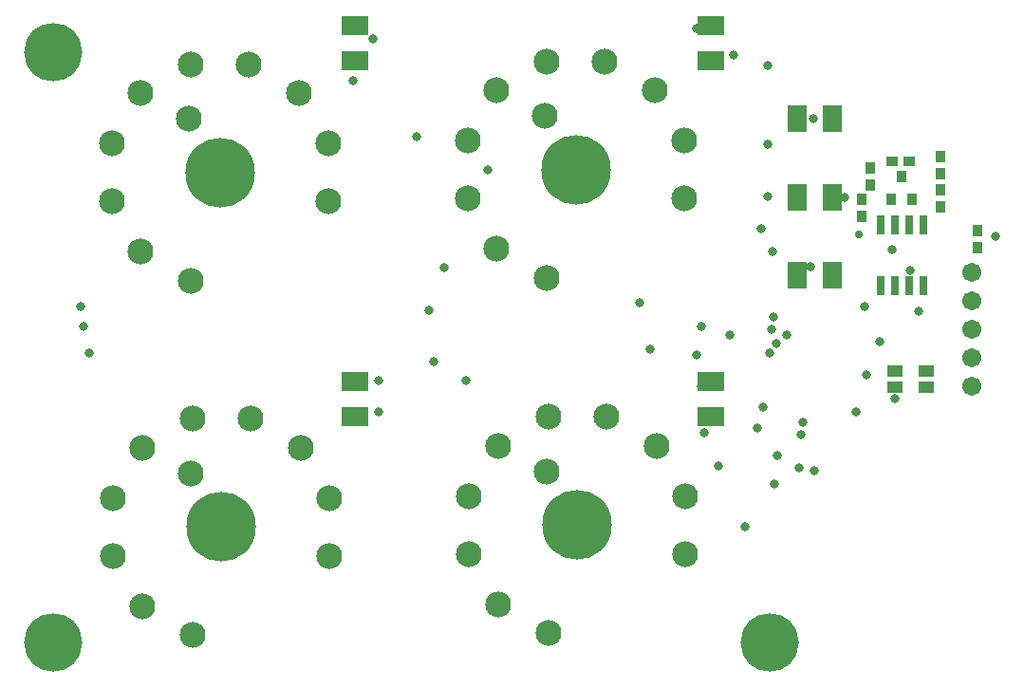
<source format=gts>
G04*
G04 #@! TF.GenerationSoftware,Altium Limited,Altium Designer,19.0.14 (431)*
G04*
G04 Layer_Color=8388736*
%FSLAX25Y25*%
%MOIN*%
G70*
G01*
G75*
%ADD12C,0.00000*%
%ADD13R,0.05524X0.04343*%
%ADD14R,0.03162X0.06902*%
%ADD15R,0.03753X0.03950*%
%ADD16R,0.03950X0.03753*%
%ADD17R,0.03556X0.04343*%
%ADD18R,0.09461X0.06706*%
%ADD19R,0.06706X0.09461*%
%ADD20C,0.24422*%
%ADD21C,0.09068*%
%ADD22C,0.06706*%
%ADD23C,0.03162*%
%ADD24C,0.20485*%
%ADD25C,0.02800*%
D12*
X-34215Y42810D02*
X-34401Y43806D01*
X-34934Y44667D01*
X-35743Y45277D01*
X-36717Y45555D01*
X-37725Y45461D01*
X-38632Y45010D01*
X-39314Y44261D01*
X-39680Y43317D01*
Y42304D01*
X-39314Y41359D01*
X-38632Y40611D01*
X-37725Y40159D01*
X-36717Y40066D01*
X-35743Y40343D01*
X-34934Y40953D01*
X-34401Y41815D01*
X-34215Y42810D01*
X-34215Y63190D02*
X-34401Y64185D01*
X-34934Y65046D01*
X-35743Y65657D01*
X-36717Y65934D01*
X-37725Y65841D01*
X-38632Y65389D01*
X-39314Y64641D01*
X-39680Y63696D01*
Y62683D01*
X-39314Y61739D01*
X-38632Y60990D01*
X-37725Y60539D01*
X-36717Y60445D01*
X-35743Y60723D01*
X-34934Y61333D01*
X-34401Y62194D01*
X-34215Y63190D01*
X-44405Y80839D02*
X-44591Y81835D01*
X-45124Y82696D01*
X-45932Y83306D01*
X-46907Y83583D01*
X-47915Y83490D01*
X-48822Y83039D01*
X-49504Y82290D01*
X-49870Y81346D01*
Y80333D01*
X-49504Y79388D01*
X-48822Y78640D01*
X-47915Y78189D01*
X-46907Y78095D01*
X-45932Y78372D01*
X-45124Y78983D01*
X-44591Y79844D01*
X-44405Y80839D01*
X-62054Y91029D02*
X-62240Y92024D01*
X-62774Y92886D01*
X-63582Y93496D01*
X-64556Y93773D01*
X-65564Y93680D01*
X-66471Y93228D01*
X-67153Y92480D01*
X-67519Y91535D01*
Y90522D01*
X-67153Y89578D01*
X-66471Y88829D01*
X-65564Y88378D01*
X-64556Y88284D01*
X-63582Y88562D01*
X-62774Y89172D01*
X-62240Y90033D01*
X-62054Y91029D01*
X-83071Y71753D02*
X-83257Y72749D01*
X-83790Y73610D01*
X-84598Y74220D01*
X-85573Y74497D01*
X-86581Y74404D01*
X-87488Y73952D01*
X-88170Y73204D01*
X-88536Y72259D01*
Y71246D01*
X-88170Y70302D01*
X-87488Y69554D01*
X-86581Y69102D01*
X-85573Y69009D01*
X-84598Y69286D01*
X-83790Y69896D01*
X-83257Y70757D01*
X-83071Y71753D01*
X-82434Y91029D02*
X-82620Y92025D01*
X-83153Y92886D01*
X-83961Y93496D01*
X-84935Y93773D01*
X-85944Y93680D01*
X-86851Y93228D01*
X-87533Y92480D01*
X-87899Y91536D01*
Y90523D01*
X-87533Y89578D01*
X-86851Y88830D01*
X-85944Y88378D01*
X-84935Y88285D01*
X-83961Y88562D01*
X-83153Y89172D01*
X-82620Y90034D01*
X-82434Y91029D01*
X-100083Y80839D02*
X-100269Y81835D01*
X-100803Y82696D01*
X-101611Y83306D01*
X-102585Y83583D01*
X-103594Y83490D01*
X-104500Y83038D01*
X-105183Y82290D01*
X-105548Y81345D01*
Y80333D01*
X-105183Y79388D01*
X-104500Y78640D01*
X-103594Y78188D01*
X-102585Y78095D01*
X-101611Y78372D01*
X-100803Y78982D01*
X-100269Y79843D01*
X-100083Y80839D01*
X-110273Y63190D02*
X-110459Y64185D01*
X-110992Y65047D01*
X-111800Y65657D01*
X-112775Y65934D01*
X-113783Y65841D01*
X-114690Y65389D01*
X-115372Y64641D01*
X-115738Y63696D01*
Y62683D01*
X-115372Y61739D01*
X-114690Y60990D01*
X-113783Y60539D01*
X-112775Y60445D01*
X-111800Y60723D01*
X-110992Y61333D01*
X-110459Y62194D01*
X-110273Y63190D01*
X-110273Y42810D02*
X-110459Y43806D01*
X-110992Y44667D01*
X-111801Y45277D01*
X-112775Y45555D01*
X-113783Y45461D01*
X-114690Y45010D01*
X-115372Y44261D01*
X-115738Y43317D01*
Y42304D01*
X-115372Y41359D01*
X-114690Y40611D01*
X-113783Y40159D01*
X-112775Y40066D01*
X-111801Y40343D01*
X-110992Y40954D01*
X-110459Y41815D01*
X-110273Y42810D01*
X-100083Y25161D02*
X-100269Y26156D01*
X-100802Y27017D01*
X-101611Y27628D01*
X-102585Y27905D01*
X-103593Y27812D01*
X-104500Y27360D01*
X-105182Y26612D01*
X-105548Y25667D01*
Y24654D01*
X-105182Y23710D01*
X-104500Y22961D01*
X-103593Y22510D01*
X-102585Y22416D01*
X-101611Y22694D01*
X-100802Y23304D01*
X-100269Y24165D01*
X-100083Y25161D01*
X-82434Y14971D02*
X-82620Y15967D01*
X-83153Y16828D01*
X-83961Y17438D01*
X-84935Y17716D01*
X-85944Y17622D01*
X-86851Y17171D01*
X-87533Y16422D01*
X-87899Y15478D01*
Y14465D01*
X-87533Y13520D01*
X-86851Y12772D01*
X-85944Y12320D01*
X-84935Y12227D01*
X-83961Y12504D01*
X-83153Y13115D01*
X-82620Y13976D01*
X-82434Y14971D01*
X91285Y-81029D02*
X91099Y-80033D01*
X90566Y-79172D01*
X89757Y-78562D01*
X88783Y-78285D01*
X87775Y-78378D01*
X86868Y-78829D01*
X86186Y-79578D01*
X85820Y-80522D01*
Y-81535D01*
X86186Y-82480D01*
X86868Y-83228D01*
X87775Y-83680D01*
X88783Y-83773D01*
X89757Y-83496D01*
X90566Y-82885D01*
X91099Y-82024D01*
X91285Y-81029D01*
X91285Y-60649D02*
X91099Y-59654D01*
X90566Y-58793D01*
X89758Y-58182D01*
X88783Y-57905D01*
X87775Y-57999D01*
X86868Y-58450D01*
X86186Y-59198D01*
X85820Y-60143D01*
Y-61156D01*
X86186Y-62100D01*
X86868Y-62849D01*
X87775Y-63300D01*
X88783Y-63393D01*
X89758Y-63116D01*
X90566Y-62506D01*
X91099Y-61645D01*
X91285Y-60649D01*
X81095Y-43000D02*
X80909Y-42004D01*
X80376Y-41143D01*
X79567Y-40533D01*
X78593Y-40255D01*
X77585Y-40349D01*
X76678Y-40800D01*
X75996Y-41549D01*
X75630Y-42493D01*
Y-43506D01*
X75996Y-44451D01*
X76678Y-45199D01*
X77585Y-45651D01*
X78593Y-45744D01*
X79567Y-45467D01*
X80376Y-44856D01*
X80909Y-43995D01*
X81095Y-43000D01*
X63446Y-32810D02*
X63260Y-31815D01*
X62726Y-30953D01*
X61918Y-30343D01*
X60944Y-30066D01*
X59936Y-30159D01*
X59029Y-30611D01*
X58347Y-31359D01*
X57981Y-32304D01*
Y-33317D01*
X58347Y-34261D01*
X59029Y-35010D01*
X59936Y-35461D01*
X60944Y-35555D01*
X61918Y-35277D01*
X62726Y-34667D01*
X63260Y-33806D01*
X63446Y-32810D01*
X42429Y-52086D02*
X42243Y-51091D01*
X41710Y-50229D01*
X40901Y-49619D01*
X39927Y-49342D01*
X38919Y-49435D01*
X38012Y-49887D01*
X37330Y-50635D01*
X36964Y-51580D01*
Y-52592D01*
X37330Y-53537D01*
X38012Y-54285D01*
X38919Y-54737D01*
X39927Y-54830D01*
X40901Y-54553D01*
X41710Y-53943D01*
X42243Y-53082D01*
X42429Y-52086D01*
X43066Y-32810D02*
X42880Y-31814D01*
X42347Y-30953D01*
X41539Y-30343D01*
X40565Y-30066D01*
X39556Y-30159D01*
X38649Y-30611D01*
X37967Y-31359D01*
X37601Y-32304D01*
Y-33316D01*
X37967Y-34261D01*
X38649Y-35009D01*
X39556Y-35461D01*
X40565Y-35554D01*
X41539Y-35277D01*
X42347Y-34667D01*
X42880Y-33806D01*
X43066Y-32810D01*
X25417Y-43000D02*
X25231Y-42004D01*
X24697Y-41143D01*
X23889Y-40533D01*
X22915Y-40256D01*
X21906Y-40349D01*
X21000Y-40801D01*
X20317Y-41549D01*
X19952Y-42494D01*
Y-43506D01*
X20317Y-44451D01*
X21000Y-45199D01*
X21906Y-45651D01*
X22915Y-45744D01*
X23889Y-45467D01*
X24697Y-44857D01*
X25231Y-43995D01*
X25417Y-43000D01*
X15227Y-60649D02*
X15041Y-59654D01*
X14508Y-58793D01*
X13700Y-58182D01*
X12725Y-57905D01*
X11717Y-57998D01*
X10810Y-58450D01*
X10128Y-59198D01*
X9762Y-60143D01*
Y-61156D01*
X10128Y-62100D01*
X10810Y-62849D01*
X11717Y-63300D01*
X12725Y-63393D01*
X13700Y-63116D01*
X14508Y-62506D01*
X15041Y-61645D01*
X15227Y-60649D01*
X15227Y-81029D02*
X15041Y-80033D01*
X14508Y-79172D01*
X13699Y-78562D01*
X12725Y-78285D01*
X11717Y-78378D01*
X10810Y-78829D01*
X10128Y-79578D01*
X9762Y-80522D01*
Y-81535D01*
X10128Y-82480D01*
X10810Y-83228D01*
X11717Y-83679D01*
X12725Y-83773D01*
X13699Y-83496D01*
X14508Y-82885D01*
X15041Y-82024D01*
X15227Y-81029D01*
X25417Y-98678D02*
X25231Y-97683D01*
X24698Y-96822D01*
X23889Y-96211D01*
X22915Y-95934D01*
X21907Y-96027D01*
X21000Y-96479D01*
X20318Y-97227D01*
X19952Y-98172D01*
Y-99185D01*
X20318Y-100129D01*
X21000Y-100878D01*
X21907Y-101329D01*
X22915Y-101423D01*
X23889Y-101145D01*
X24698Y-100535D01*
X25231Y-99674D01*
X25417Y-98678D01*
X43066Y-108868D02*
X42880Y-107872D01*
X42347Y-107011D01*
X41539Y-106401D01*
X40565Y-106123D01*
X39556Y-106217D01*
X38649Y-106668D01*
X37967Y-107417D01*
X37601Y-108361D01*
Y-109374D01*
X37967Y-110319D01*
X38649Y-111067D01*
X39556Y-111519D01*
X40565Y-111612D01*
X41539Y-111335D01*
X42347Y-110724D01*
X42880Y-109863D01*
X43066Y-108868D01*
X-81934Y-109529D02*
X-82120Y-108533D01*
X-82653Y-107672D01*
X-83461Y-107062D01*
X-84435Y-106784D01*
X-85444Y-106878D01*
X-86351Y-107329D01*
X-87033Y-108078D01*
X-87399Y-109022D01*
Y-110035D01*
X-87033Y-110980D01*
X-86351Y-111728D01*
X-85444Y-112180D01*
X-84435Y-112273D01*
X-83461Y-111996D01*
X-82653Y-111386D01*
X-82120Y-110524D01*
X-81934Y-109529D01*
X-99583Y-99339D02*
X-99769Y-98344D01*
X-100302Y-97483D01*
X-101111Y-96872D01*
X-102085Y-96595D01*
X-103093Y-96688D01*
X-104000Y-97140D01*
X-104682Y-97888D01*
X-105048Y-98833D01*
Y-99846D01*
X-104682Y-100790D01*
X-104000Y-101539D01*
X-103093Y-101990D01*
X-102085Y-102084D01*
X-101111Y-101806D01*
X-100302Y-101196D01*
X-99769Y-100335D01*
X-99583Y-99339D01*
X-109773Y-81690D02*
X-109959Y-80694D01*
X-110492Y-79833D01*
X-111301Y-79223D01*
X-112275Y-78945D01*
X-113283Y-79039D01*
X-114190Y-79490D01*
X-114872Y-80239D01*
X-115238Y-81183D01*
Y-82196D01*
X-114872Y-83141D01*
X-114190Y-83889D01*
X-113283Y-84341D01*
X-112275Y-84434D01*
X-111301Y-84157D01*
X-110492Y-83546D01*
X-109959Y-82685D01*
X-109773Y-81690D01*
X-109773Y-61310D02*
X-109959Y-60315D01*
X-110492Y-59453D01*
X-111300Y-58843D01*
X-112275Y-58566D01*
X-113283Y-58659D01*
X-114190Y-59111D01*
X-114872Y-59859D01*
X-115238Y-60804D01*
Y-61817D01*
X-114872Y-62761D01*
X-114190Y-63510D01*
X-113283Y-63961D01*
X-112275Y-64055D01*
X-111300Y-63777D01*
X-110492Y-63167D01*
X-109959Y-62306D01*
X-109773Y-61310D01*
X-99583Y-43661D02*
X-99769Y-42665D01*
X-100303Y-41804D01*
X-101111Y-41194D01*
X-102085Y-40917D01*
X-103094Y-41010D01*
X-104000Y-41462D01*
X-104683Y-42210D01*
X-105048Y-43154D01*
Y-44167D01*
X-104683Y-45112D01*
X-104000Y-45860D01*
X-103094Y-46312D01*
X-102085Y-46405D01*
X-101111Y-46128D01*
X-100303Y-45518D01*
X-99769Y-44657D01*
X-99583Y-43661D01*
X-81934Y-33471D02*
X-82120Y-32475D01*
X-82653Y-31614D01*
X-83461Y-31004D01*
X-84435Y-30727D01*
X-85444Y-30820D01*
X-86351Y-31272D01*
X-87033Y-32020D01*
X-87399Y-32965D01*
Y-33977D01*
X-87033Y-34922D01*
X-86351Y-35670D01*
X-85444Y-36122D01*
X-84435Y-36215D01*
X-83461Y-35938D01*
X-82653Y-35328D01*
X-82120Y-34466D01*
X-81934Y-33471D01*
X-82571Y-52747D02*
X-82757Y-51752D01*
X-83290Y-50890D01*
X-84099Y-50280D01*
X-85073Y-50003D01*
X-86081Y-50096D01*
X-86988Y-50548D01*
X-87670Y-51296D01*
X-88036Y-52241D01*
Y-53254D01*
X-87670Y-54198D01*
X-86988Y-54946D01*
X-86081Y-55398D01*
X-85073Y-55491D01*
X-84099Y-55214D01*
X-83290Y-54604D01*
X-82757Y-53743D01*
X-82571Y-52747D01*
X-61554Y-33471D02*
X-61740Y-32476D01*
X-62274Y-31615D01*
X-63082Y-31004D01*
X-64056Y-30727D01*
X-65064Y-30820D01*
X-65971Y-31272D01*
X-66653Y-32020D01*
X-67019Y-32965D01*
Y-33978D01*
X-66653Y-34922D01*
X-65971Y-35671D01*
X-65064Y-36122D01*
X-64056Y-36215D01*
X-63082Y-35938D01*
X-62274Y-35328D01*
X-61740Y-34467D01*
X-61554Y-33471D01*
X-43905Y-43661D02*
X-44091Y-42665D01*
X-44624Y-41804D01*
X-45432Y-41194D01*
X-46407Y-40916D01*
X-47415Y-41010D01*
X-48322Y-41461D01*
X-49004Y-42210D01*
X-49370Y-43154D01*
Y-44167D01*
X-49004Y-45112D01*
X-48322Y-45860D01*
X-47415Y-46312D01*
X-46407Y-46405D01*
X-45432Y-46128D01*
X-44624Y-45517D01*
X-44091Y-44656D01*
X-43905Y-43661D01*
X-33715Y-61310D02*
X-33901Y-60315D01*
X-34434Y-59454D01*
X-35243Y-58843D01*
X-36217Y-58566D01*
X-37225Y-58659D01*
X-38132Y-59111D01*
X-38814Y-59859D01*
X-39180Y-60804D01*
Y-61817D01*
X-38814Y-62761D01*
X-38132Y-63510D01*
X-37225Y-63961D01*
X-36217Y-64055D01*
X-35243Y-63777D01*
X-34434Y-63167D01*
X-33901Y-62306D01*
X-33715Y-61310D01*
X-33715Y-81690D02*
X-33901Y-80694D01*
X-34435Y-79833D01*
X-35243Y-79223D01*
X-36217Y-78945D01*
X-37225Y-79039D01*
X-38132Y-79490D01*
X-38814Y-80239D01*
X-39180Y-81183D01*
Y-82196D01*
X-38814Y-83141D01*
X-38132Y-83889D01*
X-37225Y-84341D01*
X-36217Y-84434D01*
X-35243Y-84157D01*
X-34435Y-83547D01*
X-33901Y-82685D01*
X-33715Y-81690D01*
X42566Y15971D02*
X42380Y16967D01*
X41847Y17828D01*
X41039Y18438D01*
X40064Y18715D01*
X39056Y18622D01*
X38149Y18171D01*
X37467Y17422D01*
X37101Y16478D01*
Y15465D01*
X37467Y14520D01*
X38149Y13772D01*
X39056Y13320D01*
X40064Y13227D01*
X41039Y13504D01*
X41847Y14115D01*
X42380Y14976D01*
X42566Y15971D01*
X24917Y26161D02*
X24731Y27156D01*
X24198Y28017D01*
X23389Y28628D01*
X22415Y28905D01*
X21407Y28811D01*
X20500Y28360D01*
X19818Y27612D01*
X19452Y26667D01*
Y25654D01*
X19818Y24710D01*
X20500Y23961D01*
X21407Y23510D01*
X22415Y23416D01*
X23389Y23694D01*
X24198Y24304D01*
X24731Y25165D01*
X24917Y26161D01*
X14727Y43810D02*
X14541Y44806D01*
X14008Y45667D01*
X13199Y46277D01*
X12225Y46554D01*
X11217Y46461D01*
X10310Y46010D01*
X9628Y45261D01*
X9262Y44317D01*
Y43304D01*
X9628Y42359D01*
X10310Y41611D01*
X11217Y41159D01*
X12225Y41066D01*
X13199Y41343D01*
X14008Y41954D01*
X14541Y42815D01*
X14727Y43810D01*
X14727Y64190D02*
X14541Y65185D01*
X14008Y66047D01*
X13200Y66657D01*
X12225Y66934D01*
X11217Y66841D01*
X10310Y66389D01*
X9628Y65641D01*
X9262Y64696D01*
Y63683D01*
X9628Y62739D01*
X10310Y61990D01*
X11217Y61539D01*
X12225Y61445D01*
X13200Y61723D01*
X14008Y62333D01*
X14541Y63194D01*
X14727Y64190D01*
X24917Y81839D02*
X24731Y82835D01*
X24197Y83696D01*
X23389Y84306D01*
X22415Y84583D01*
X21407Y84490D01*
X20500Y84038D01*
X19817Y83290D01*
X19452Y82345D01*
Y81333D01*
X19817Y80388D01*
X20500Y79640D01*
X21407Y79188D01*
X22415Y79095D01*
X23389Y79372D01*
X24197Y79982D01*
X24731Y80844D01*
X24917Y81839D01*
X42566Y92029D02*
X42380Y93025D01*
X41847Y93886D01*
X41039Y94496D01*
X40065Y94773D01*
X39056Y94680D01*
X38149Y94228D01*
X37467Y93480D01*
X37101Y92536D01*
Y91523D01*
X37467Y90578D01*
X38149Y89830D01*
X39056Y89378D01*
X40065Y89285D01*
X41039Y89562D01*
X41847Y90172D01*
X42380Y91034D01*
X42566Y92029D01*
X41929Y72753D02*
X41743Y73748D01*
X41210Y74610D01*
X40401Y75220D01*
X39427Y75497D01*
X38419Y75404D01*
X37512Y74952D01*
X36830Y74204D01*
X36464Y73259D01*
Y72246D01*
X36830Y71302D01*
X37512Y70554D01*
X38419Y70102D01*
X39427Y70009D01*
X40401Y70286D01*
X41210Y70896D01*
X41743Y71757D01*
X41929Y72753D01*
X62946Y92029D02*
X62760Y93024D01*
X62226Y93885D01*
X61418Y94496D01*
X60444Y94773D01*
X59436Y94680D01*
X58529Y94228D01*
X57847Y93480D01*
X57481Y92535D01*
Y91522D01*
X57847Y90578D01*
X58529Y89829D01*
X59436Y89378D01*
X60444Y89284D01*
X61418Y89562D01*
X62226Y90172D01*
X62760Y91033D01*
X62946Y92029D01*
X80595Y81839D02*
X80409Y82835D01*
X79876Y83696D01*
X79067Y84306D01*
X78093Y84583D01*
X77085Y84490D01*
X76178Y84039D01*
X75496Y83290D01*
X75130Y82346D01*
Y81333D01*
X75496Y80388D01*
X76178Y79640D01*
X77085Y79189D01*
X78093Y79095D01*
X79067Y79372D01*
X79876Y79983D01*
X80409Y80844D01*
X80595Y81839D01*
X90785Y64190D02*
X90599Y65185D01*
X90066Y66046D01*
X89258Y66657D01*
X88283Y66934D01*
X87275Y66840D01*
X86368Y66389D01*
X85686Y65640D01*
X85320Y64696D01*
Y63683D01*
X85686Y62739D01*
X86368Y61990D01*
X87275Y61539D01*
X88283Y61445D01*
X89258Y61723D01*
X90066Y62333D01*
X90599Y63194D01*
X90785Y64190D01*
X90785Y43810D02*
X90599Y44806D01*
X90065Y45667D01*
X89257Y46277D01*
X88283Y46554D01*
X87275Y46461D01*
X86368Y46010D01*
X85686Y45261D01*
X85320Y44317D01*
Y43304D01*
X85686Y42359D01*
X86368Y41611D01*
X87275Y41159D01*
X88283Y41066D01*
X89257Y41343D01*
X90065Y41954D01*
X90599Y42815D01*
X90785Y43810D01*
D13*
X162159Y-16625D02*
D03*
X173183D02*
D03*
Y-22334D02*
D03*
X162159D02*
D03*
D14*
X157000Y13370D02*
D03*
X162000D02*
D03*
X167000D02*
D03*
X172000D02*
D03*
Y34630D02*
D03*
X167000D02*
D03*
X162000D02*
D03*
X157000D02*
D03*
D15*
X191000Y26547D02*
D03*
Y32453D02*
D03*
X153500Y54453D02*
D03*
Y48547D02*
D03*
X178000Y58453D02*
D03*
Y52547D02*
D03*
X150500Y43453D02*
D03*
Y37547D02*
D03*
X178000Y46953D02*
D03*
Y41047D02*
D03*
D16*
X167000Y57000D02*
D03*
X161094D02*
D03*
D17*
X160760Y43563D02*
D03*
X168240D02*
D03*
X164500Y51437D02*
D03*
D18*
X97526Y-20570D02*
D03*
Y-32774D02*
D03*
X97475Y92253D02*
D03*
Y104458D02*
D03*
X-27561Y-32794D02*
D03*
Y-20590D02*
D03*
X-27566Y92274D02*
D03*
Y104479D02*
D03*
D19*
X127756Y16853D02*
D03*
X139961D02*
D03*
X127756Y71768D02*
D03*
X139961D02*
D03*
X127756Y44246D02*
D03*
X139961D02*
D03*
D20*
X50500Y-70839D02*
D03*
X50000Y54000D02*
D03*
X-75000Y53000D02*
D03*
X-74500Y-71500D02*
D03*
D21*
X-85190Y14971D02*
D03*
X-102839Y25161D02*
D03*
X-113029Y42810D02*
D03*
X-113029Y63190D02*
D03*
X-102839Y80839D02*
D03*
X-85190Y91029D02*
D03*
X-64810Y91029D02*
D03*
X-47161Y80839D02*
D03*
X-36971Y63190D02*
D03*
X-36971Y42810D02*
D03*
X-85827Y71753D02*
D03*
X40310Y-108868D02*
D03*
X22661Y-98678D02*
D03*
X12471Y-81029D02*
D03*
X12471Y-60649D02*
D03*
X22661Y-43000D02*
D03*
X40310Y-32810D02*
D03*
X60690Y-32810D02*
D03*
X78339Y-43000D02*
D03*
X88529Y-60649D02*
D03*
X88529Y-81029D02*
D03*
X39673Y-52086D02*
D03*
X-85327Y-52747D02*
D03*
X-36471Y-81690D02*
D03*
X-36471Y-61310D02*
D03*
X-46661Y-43661D02*
D03*
X-64310Y-33471D02*
D03*
X-84690Y-33471D02*
D03*
X-102339Y-43661D02*
D03*
X-112529Y-61310D02*
D03*
X-112529Y-81690D02*
D03*
X-102339Y-99339D02*
D03*
X-84690Y-109529D02*
D03*
X39173Y72753D02*
D03*
X88029Y43810D02*
D03*
X88029Y64190D02*
D03*
X77839Y81839D02*
D03*
X60190Y92029D02*
D03*
X39810Y92029D02*
D03*
X22161Y81839D02*
D03*
X11971Y64190D02*
D03*
X11971Y43810D02*
D03*
X22161Y26161D02*
D03*
X39810Y15971D02*
D03*
D22*
X189000Y18000D02*
D03*
Y8000D02*
D03*
Y-2000D02*
D03*
Y-12000D02*
D03*
Y-22000D02*
D03*
D23*
X128798Y46463D02*
D03*
X162022Y-26505D02*
D03*
X128997Y-39101D02*
D03*
X148589Y-31002D02*
D03*
X133707Y-51684D02*
D03*
X128366Y-50721D02*
D03*
X120683Y-46399D02*
D03*
X119725Y-56497D02*
D03*
X129655Y-34740D02*
D03*
X99978Y-49964D02*
D03*
X109558Y-71489D02*
D03*
X115648Y-29389D02*
D03*
X151966Y-18231D02*
D03*
X156833Y-6309D02*
D03*
X94058Y-22000D02*
D03*
X141917Y15467D02*
D03*
X132441Y19720D02*
D03*
X138684Y72240D02*
D03*
X113760Y-36895D02*
D03*
X103962Y-4241D02*
D03*
X92602Y-11068D02*
D03*
X133414Y71805D02*
D03*
X95270Y-38310D02*
D03*
X-19061Y-20192D02*
D03*
X76000Y-9000D02*
D03*
X72500Y7063D02*
D03*
X119176Y25161D02*
D03*
X118679Y-2071D02*
D03*
X-120811Y-10500D02*
D03*
X-122743Y-1250D02*
D03*
X-124026Y5952D02*
D03*
X119500Y2358D02*
D03*
X124047Y-4000D02*
D03*
X-19061Y-31002D02*
D03*
X0Y-13500D02*
D03*
X151500Y6000D02*
D03*
X167378Y18500D02*
D03*
X161047Y26000D02*
D03*
X92594Y103442D02*
D03*
X11500Y-20000D02*
D03*
X-1500Y4417D02*
D03*
X117500Y90398D02*
D03*
Y62906D02*
D03*
X115032Y33142D02*
D03*
X117500Y44500D02*
D03*
X3839Y19417D02*
D03*
X144515Y44246D02*
D03*
X197500Y30500D02*
D03*
X-28066Y85377D02*
D03*
X-21066Y99877D02*
D03*
X-6000Y65500D02*
D03*
X19000Y54000D02*
D03*
X118000Y-10500D02*
D03*
X120500Y-7000D02*
D03*
X94250Y-1250D02*
D03*
X105491Y94339D02*
D03*
X170610Y4327D02*
D03*
D24*
X118291Y-112118D02*
D03*
X-133394Y-112117D02*
D03*
X-133394Y95056D02*
D03*
D25*
X149500Y31327D02*
D03*
M02*

</source>
